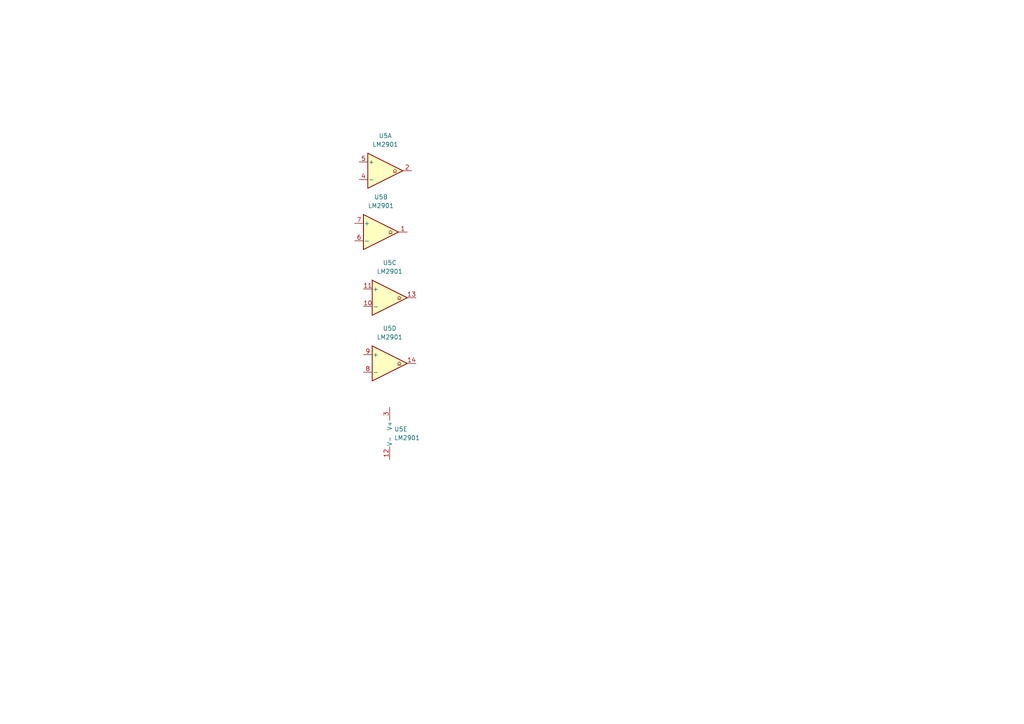
<source format=kicad_sch>
(kicad_sch (version 20231120) (generator "eeschema") (generator_version "8.0")
  (paper "A4")
  (lib_symbols
    (symbol "Comparator:LM2901" (pin_names (offset 0.127))
      (property "Reference" "U" (at 0 5.08 0))
      (property "Value" "LM2901" (at 0 -5.08 0))
      (symbol "LM2901_1_1"
        (polyline (pts (xy -5.08 5.08) (xy 5.08 0) (xy -5.08 -5.08) (xy -5.08 5.08)) (stroke (width 0.254)) (fill (type background)))
        (polyline (pts (xy 3.302 -0.508) (xy 2.794 -0.508) (xy 3.302 0) (xy 2.794 0.508) (xy 2.286 0) (xy 2.794 -0.508) (xy 2.286 -0.508)) (stroke (width 0.127)))
        (pin open_collector line (at 7.62 0 180) (length 2.54) (name "~") (number "2"))
        (pin input line (at -7.62 -2.54 0) (length 2.54) (name "-") (number "4"))
        (pin input line (at -7.62 2.54 0) (length 2.54) (name "+") (number "5"))
      )
      (symbol "LM2901_2_1"
        (polyline (pts (xy -5.08 5.08) (xy 5.08 0) (xy -5.08 -5.08) (xy -5.08 5.08)) (stroke (width 0.254)) (fill (type background)))
        (polyline (pts (xy 3.302 -0.508) (xy 2.794 -0.508) (xy 3.302 0) (xy 2.794 0.508) (xy 2.286 0) (xy 2.794 -0.508) (xy 2.286 -0.508)) (stroke (width 0.127)))
        (pin open_collector line (at 7.62 0 180) (length 2.54) (name "~") (number "1"))
        (pin input line (at -7.62 -2.54 0) (length 2.54) (name "-") (number "6"))
        (pin input line (at -7.62 2.54 0) (length 2.54) (name "+") (number "7"))
      )
      (symbol "LM2901_3_1"
        (polyline (pts (xy -5.08 5.08) (xy 5.08 0) (xy -5.08 -5.08) (xy -5.08 5.08)) (stroke (width 0.254)) (fill (type background)))
        (polyline (pts (xy 3.302 -0.508) (xy 2.794 -0.508) (xy 3.302 0) (xy 2.794 0.508) (xy 2.286 0) (xy 2.794 -0.508) (xy 2.286 -0.508)) (stroke (width 0.127)))
        (pin input line (at -7.62 -2.54 0) (length 2.54) (name "-") (number "10"))
        (pin input line (at -7.62 2.54 0) (length 2.54) (name "+") (number "11"))
        (pin open_collector line (at 7.62 0 180) (length 2.54) (name "~") (number "13"))
      )
      (symbol "LM2901_4_1"
        (polyline (pts (xy -5.08 5.08) (xy 5.08 0) (xy -5.08 -5.08) (xy -5.08 5.08)) (stroke (width 0.254)) (fill (type background)))
        (polyline (pts (xy 3.302 -0.508) (xy 2.794 -0.508) (xy 3.302 0) (xy 2.794 0.508) (xy 2.286 0) (xy 2.794 -0.508) (xy 2.286 -0.508)) (stroke (width 0.127)))
        (pin open_collector line (at 7.62 0 180) (length 2.54) (name "~") (number "14"))
        (pin input line (at -7.62 -2.54 0) (length 2.54) (name "-") (number "8"))
        (pin input line (at -7.62 2.54 0) (length 2.54) (name "+") (number "9"))
      )
      (symbol "LM2901_5_1"
        (pin power_in line (at -2.54 -7.62 90) (length 3.81) (name "V-") (number "12"))
        (pin power_in line (at -2.54 7.62 270) (length 3.81) (name "V+") (number "3"))
      )
    )
  )
  (symbol (lib_id "Comparator:LM2901") (at 113.03 86.36 0) (unit 3)
    (property "Reference" "U5" (at 113.03 76.2 0))
    (property "Value" "LM2901" (at 113.03 78.74 0))
    (property "Datasheet" "https://www.st.com/resource/en/datasheet/lm2901.pdf" (effects (hide yes)))
    (property "Description" "Quad Differential Comparators, DIP-14/SOIC-14/TSSOP-14" (effects (hide yes)))
  )
  (symbol (lib_id "Comparator:LM2901") (at 111.76 49.53 0) (unit 1)
    (property "Reference" "U5" (at 111.76 39.37 0))
    (property "Value" "LM2901" (at 111.76 41.91 0))
    (property "Datasheet" "https://www.st.com/resource/en/datasheet/lm2901.pdf" (effects (hide yes)))
    (property "Description" "Quad Differential Comparators, DIP-14/SOIC-14/TSSOP-14" (effects (hide yes)))
  )
  (symbol (lib_id "Comparator:LM2901") (at 113.03 105.41 0) (unit 4)
    (property "Reference" "U5" (at 113.03 95.25 0))
    (property "Value" "LM2901" (at 113.03 97.79 0))
    (property "Datasheet" "https://www.st.com/resource/en/datasheet/lm2901.pdf" (effects (hide yes)))
    (property "Description" "Quad Differential Comparators, DIP-14/SOIC-14/TSSOP-14" (effects (hide yes)))
  )
  (symbol (lib_id "Comparator:LM2901") (at 110.49 67.31 0) (unit 2)
    (property "Reference" "U5" (at 110.49 57.15 0))
    (property "Value" "LM2901" (at 110.49 59.69 0))
    (property "Datasheet" "https://www.st.com/resource/en/datasheet/lm2901.pdf" (effects (hide yes)))
    (property "Description" "Quad Differential Comparators, DIP-14/SOIC-14/TSSOP-14" (effects (hide yes)))
  )
  (symbol (lib_id "Comparator:LM2901") (at 115.57 125.73 0) (unit 5)
    (property "Reference" "U5" (at 114.3 124.4599 0) (effects (justify left)))
    (property "Value" "LM2901" (at 114.3 126.9999 0) (effects (justify left)))
    (property "Datasheet" "https://www.st.com/resource/en/datasheet/lm2901.pdf" (effects (hide yes)))
    (property "Description" "Quad Differential Comparators, DIP-14/SOIC-14/TSSOP-14" (effects (hide yes)))
  )
)
</source>
